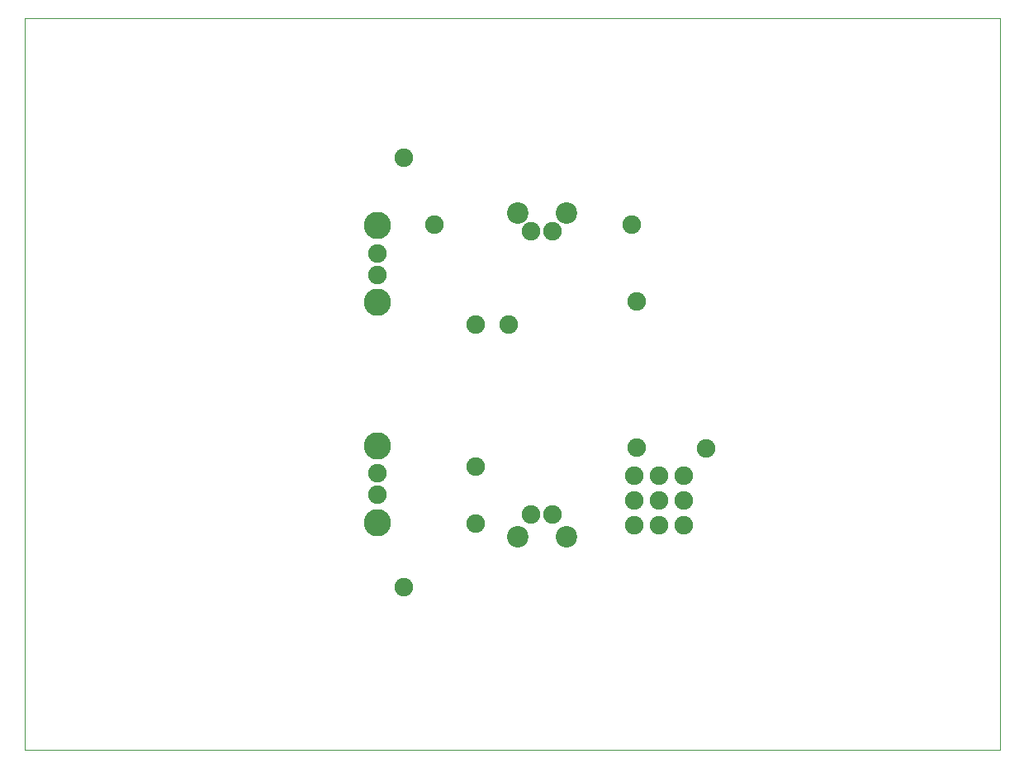
<source format=gbr>
%FSLAX34Y34*%
%MOMM*%
%LNSOLDERMASK_BOTTOM*%
G71*
G01*
%ADD10C, 0.002*%
%ADD11C, 2.800*%
%ADD12C, 2.200*%
%ADD13C, 1.900*%
%LPD*%
G54D10*
X0Y750000D02*
X1000000Y750000D01*
X1000000Y0D01*
X0Y0D01*
X0Y750000D01*
X362200Y458800D02*
G54D11*
D03*
X362200Y537800D02*
G54D11*
D03*
X362200Y232300D02*
G54D11*
D03*
X362200Y311300D02*
G54D11*
D03*
X555500Y218600D02*
G54D12*
D03*
X505500Y218600D02*
G54D12*
D03*
X505500Y550100D02*
G54D12*
D03*
X555500Y550100D02*
G54D12*
D03*
X676400Y280699D02*
G54D13*
D03*
X676400Y255300D02*
G54D13*
D03*
X651000Y280699D02*
G54D13*
D03*
X651000Y255300D02*
G54D13*
D03*
X625600Y280699D02*
G54D13*
D03*
X625600Y255300D02*
G54D13*
D03*
X698700Y308600D02*
G54D13*
D03*
X676400Y229900D02*
G54D13*
D03*
X651000Y229900D02*
G54D13*
D03*
X625600Y229900D02*
G54D13*
D03*
X420610Y538640D02*
G54D13*
D03*
X462610Y435640D02*
G54D13*
D03*
X462610Y231640D02*
G54D13*
D03*
X462610Y290640D02*
G54D13*
D03*
X622610Y538640D02*
G54D13*
D03*
X628100Y460000D02*
G54D13*
D03*
X628100Y309600D02*
G54D13*
D03*
X496110Y435640D02*
G54D13*
D03*
X389200Y607300D02*
G54D13*
D03*
X389200Y166300D02*
G54D13*
D03*
X362200Y537800D02*
G54D13*
D03*
X362200Y508800D02*
G54D13*
D03*
X362200Y458800D02*
G54D13*
D03*
X362200Y486800D02*
G54D13*
D03*
X362200Y283300D02*
G54D13*
D03*
X362200Y261300D02*
G54D13*
D03*
X541200Y240800D02*
G54D13*
D03*
X519200Y240800D02*
G54D13*
D03*
X541200Y531800D02*
G54D13*
D03*
X519200Y531800D02*
G54D13*
D03*
M02*

</source>
